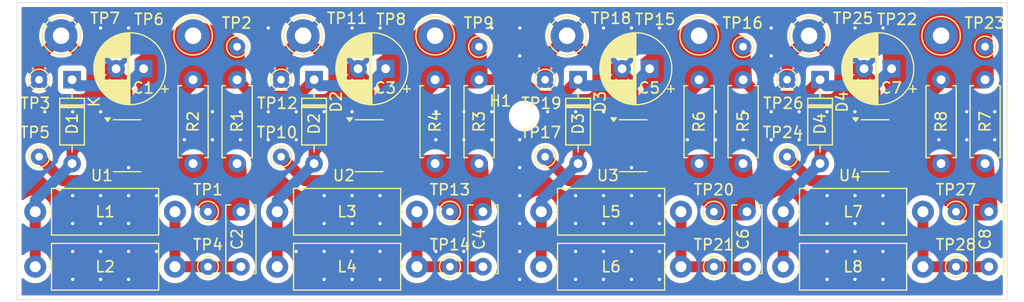
<source format=kicad_pcb>
(kicad_pcb (version 20240108) (generator "pcbnew") (generator_version "8.0")
  (layers (0 "F.Cu" signal) (31 "B.Cu" signal) (34 "B.Paste" user) (35 "F.Paste" user) (36 "B.SilkS" user "B.Silkscreen") (37 "F.SilkS" user "F.Silkscreen") (38 "B.Mask" user) (39 "F.Mask" user) (44 "Edge.Cuts" user))
  (net 0 "")
  (net 1 "GND")
  (net 2 "+12V")
  (net 3 "Net-(C2-Pad2)")
  (net 4 "Net-(U1-CSN)")
  (net 5 "Net-(D1-A)")
  (net 6 "Net-(U1-DIM)")
  (net 7 "Net-(U2-CSN)")
  (net 8 "Net-(C4-Pad2)")
  (net 9 "Net-(U3-CSN)")
  (net 10 "Net-(C6-Pad2)")
  (net 11 "Net-(U4-CSN)")
  (net 12 "Net-(C8-Pad2)")
  (net 13 "Net-(D2-A)")
  (net 14 "Net-(D3-A)")
  (net 15 "Net-(D4-A)")
  (net 16 "Net-(U2-DIM)")
  (net 17 "Net-(U3-DIM)")
  (net 18 "Net-(U4-DIM)")
  (footprint "TestPoint:TestPoint_THTPad_D3.0mm_Drill1.5mm" (layer "F.Cu") (at 16 3)
    (property "Reference" "TP6")
    (property "Value" "TestPoint")
  )
  (footprint "TestPoint:TestPoint_THTPad_D3.0mm_Drill1.5mm" (layer "F.Cu") (at 50 3)
    (property "Reference" "TP18")
    (property "Value" "TestPoint")
  )
  (footprint "Diode_THT:D_DO-35_SOD27_P7.62mm_Horizontal" (layer "F.Cu") (at 51 7 -90)
    (property "Reference" "D3")
    (property "Value" "SR1100")
  )
  (footprint "Capacitor_THT:CP_Radial_D6.3mm_P2.50mm" (layer "F.Cu") (at 79.5 6 180)
    (property "Reference" "C7")
    (property "Value" "4.7 uF - 100 uF")
  )
  (footprint "Capacitor_THT:C_Disc_D6.0mm_W2.5mm_P5.00mm" (layer "F.Cu") (at 88.35 19 -90)
    (property "Reference" "C8")
    (property "Value" "0.1 uF - 1 uF")
  )
  (footprint "Inductor_THT:L_Axial_L9.5mm_D4.0mm_P12.70mm_Horizontal_Fastron_SMCC" (layer "F.Cu") (at 60.35 19 180)
    (property "Reference" "L5")
    (property "Value" "47 uH - 100 uH")
  )
  (footprint "Diode_THT:D_DO-35_SOD27_P7.62mm_Horizontal" (layer "F.Cu") (at 27 7 -90)
    (property "Reference" "D2")
    (property "Value" "SR1100")
  )
  (footprint "Diode_THT:D_DO-35_SOD27_P7.62mm_Horizontal" (layer "F.Cu") (at 73 7 -90)
    (property "Reference" "D4")
    (property "Value" "SR1100")
  )
  (footprint "TestPoint:TestPoint_THTPad_D1.5mm_Drill0.7mm" (layer "F.Cu") (at 24 7)
    (property "Reference" "TP12")
    (property "Value" "TestPoint")
  )
  (footprint "Resistor_THT:R_Axial_DIN0207_L6.3mm_D2.5mm_P7.62mm_Horizontal" (layer "F.Cu") (at 88 7 -90)
    (property "Reference" "R7")
    (property "Value" "3.3")
  )
  (footprint "Resistor_THT:R_Axial_DIN0207_L6.3mm_D2.5mm_P7.62mm_Horizontal" (layer "F.Cu") (at 38 7 -90)
    (property "Reference" "R4")
    (property "Value" "0.15")
  )
  (footprint "Resistor_THT:R_Axial_DIN0207_L6.3mm_D2.5mm_P7.62mm_Horizontal" (layer "F.Cu") (at 62 7 -90)
    (property "Reference" "R6")
    (property "Value" "0.15")
  )
  (footprint "Inductor_THT:L_Axial_L9.5mm_D4.0mm_P12.70mm_Horizontal_Fastron_SMCC" (layer "F.Cu") (at 36.35 19 180)
    (property "Reference" "L3")
    (property "Value" "47 uH - 100 uH")
  )
  (footprint "Resistor_THT:R_Axial_DIN0207_L6.3mm_D2.5mm_P7.62mm_Horizontal" (layer "F.Cu") (at 66 7 -90)
    (property "Reference" "R5")
    (property "Value" "3.3")
  )
  (footprint "TestPoint:TestPoint_THTPad_D1.5mm_Drill0.7mm" (layer "F.Cu") (at 39.35 19)
    (property "Reference" "TP13")
    (property "Value" "TestPoint")
  )
  (footprint "TestPoint:TestPoint_THTPad_D1.5mm_Drill0.7mm" (layer "F.Cu") (at 63.35 24)
    (property "Reference" "TP21")
    (property "Value" "TestPoint")
  )
  (footprint "TestPoint:TestPoint_THTPad_D1.5mm_Drill0.7mm" (layer "F.Cu") (at 48 7)
    (property "Reference" "TP19")
    (property "Value" "TestPoint")
  )
  (footprint "Package_TO_SOT_SMD:SOT-89-5" (layer "F.Cu") (at 32 13)
    (property "Reference" "U2")
    (property "Value" "PT4115")
  )
  (footprint "Resistor_THT:R_Axial_DIN0207_L6.3mm_D2.5mm_P7.62mm_Horizontal" (layer "F.Cu") (at 20 7 -90)
    (property "Reference" "R1")
    (property "Value" "3.3")
  )
  (footprint "Package_TO_SOT_SMD:SOT-89-5" (layer "F.Cu") (at 10 13)
    (property "Reference" "U1")
    (property "Value" "PT4115")
  )
  (footprint "TestPoint:TestPoint_THTPad_D3.0mm_Drill1.5mm" (layer "F.Cu") (at 26 3)
    (property "Reference" "TP11")
    (property "Value" "TestPoint")
  )
  (footprint "TestPoint:TestPoint_THTPad_D1.5mm_Drill0.7mm" (layer "F.Cu") (at 17.35 19)
    (property "Reference" "TP1")
    (property "Value" "TestPoint")
  )
  (footprint "Capacitor_THT:CP_Radial_D6.3mm_P2.50mm" (layer "F.Cu") (at 11.5 6 180)
    (property "Reference" "C1")
    (property "Value" "4.7 uF - 100 uF")
  )
  (footprint "Resistor_THT:R_Axial_DIN0207_L6.3mm_D2.5mm_P7.62mm_Horizontal" (layer "F.Cu") (at 16 7 -90)
    (property "Reference" "R2")
    (property "Value" "0.15")
  )
  (footprint "TestPoint:TestPoint_THTPad_D3.0mm_Drill1.5mm" (layer "F.Cu") (at 4 3)
    (property "Reference" "TP7")
    (property "Value" "TestPoint")
  )
  (footprint "TestPoint:TestPoint_THTPad_D1.5mm_Drill0.7mm" (layer "F.Cu") (at 24 14)
    (property "Reference" "TP10")
    (property "Value" "TestPoint")
  )
  (footprint "TestPoint:TestPoint_THTPad_D1.5mm_Drill0.7mm" (layer "F.Cu") (at 66 4)
    (property "Reference" "TP16")
    (property "Value" "TestPoint")
  )
  (footprint "Inductor_THT:L_Axial_L9.5mm_D4.0mm_P12.70mm_Horizontal_Fastron_SMCC" (layer "F.Cu") (at 14.35 24 180)
    (property "Reference" "L2")
    (property "Value" "47 uH - 100 uH")
  )
  (footprint "Inductor_THT:L_Axial_L9.5mm_D4.0mm_P12.70mm_Horizontal_Fastron_SMCC" (layer "F.Cu") (at 82.35 24 180)
    (property "Reference" "L8")
    (property "Value" "47 uH - 100 uH")
  )
  (footprint "TestPoint:TestPoint_THTPad_D1.5mm_Drill0.7mm" (layer "F.Cu") (at 70 7)
    (property "Reference" "TP26")
    (property "Value" "TestPoint")
  )
  (footprint "Inductor_THT:L_Axial_L9.5mm_D4.0mm_P12.70mm_Horizontal_Fastron_SMCC" (layer "F.Cu") (at 82.35 19 180)
    (property "Reference" "L7")
    (property "Value" "47 uH - 100 uH")
  )
  (footprint "TestPoint:TestPoint_THTPad_D1.5mm_Drill0.7mm" (layer "F.Cu") (at 48 14)
    (property "Reference" "TP17")
    (property "Value" "TestPoint")
  )
  (footprint "Capacitor_THT:CP_Radial_D6.3mm_P2.50mm" (layer "F.Cu") (at 33.5 6 180)
    (property "Reference" "C3")
    (property "Value" "4.7 uF - 100 uF")
  )
  (footprint "TestPoint:TestPoint_THTPad_D1.5mm_Drill0.7mm" (layer "F.Cu") (at 20 4)
    (property "Reference" "TP2")
    (property "Value" "TestPoint")
  )
  (footprint "Diode_THT:D_DO-35_SOD27_P7.62mm_Horizontal" (layer "F.Cu") (at 5 7 -90)
    (property "Reference" "D1")
    (property "Value" "SR1100")
  )
  (footprint "TestPoint:TestPoint_THTPad_D1.5mm_Drill0.7mm" (layer "F.Cu") (at 2 7)
    (property "Reference" "TP3")
    (property "Value" "TestPoint")
  )
  (footprint "Inductor_THT:L_Axial_L9.5mm_D4.0mm_P12.70mm_Horizontal_Fastron_SMCC" (layer "F.Cu") (at 14.35 19 180)
    (property "Reference" "L1")
    (property "Value" "47 uH - 100 uH")
  )
  (footprint "TestPoint:TestPoint_THTPad_D1.5mm_Drill0.7mm" (layer "F.Cu") (at 39.35 24)
    (property "Reference" "TP14")
    (property "Value" "TestPoint")
  )
  (footprint "TestPoint:TestPoint_THTPad_D3.0mm_Drill1.5mm" (layer "F.Cu") (at 38 3)
    (property "Reference" "TP8")
    (property "Value" "TestPoint")
  )
  (footprint "TestPoint:TestPoint_THTPad_D1.5mm_Drill0.7mm" (layer "F.Cu") (at 63.35 19)
    (property "Reference" "TP20")
    (property "Value" "TestPoint")
  )
  (footprint "TestPoint:TestPoint_THTPad_D3.0mm_Drill1.5mm" (layer "F.Cu") (at 84 3)
    (property "Reference" "TP22")
    (property "Value" "TestPoint")
  )
  (footprint "TestPoint:TestPoint_THTPad_D3.0mm_Drill1.5mm" (layer "F.Cu") (at 62 3)
    (property "Reference" "TP15")
    (property "Value" "TestPoint")
  )
  (footprint "TestPoint:TestPoint_THTPad_D1.5mm_Drill0.7mm" (layer "F.Cu") (at 85.35 19)
    (property "Reference" "TP27")
    (property "Value" "TestPoint")
  )
  (footprint "Package_TO_SOT_SMD:SOT-89-5" (layer "F.Cu") (at 56 13)
    (property "Reference" "U3")
    (property "Value" "PT4115")
  )
  (footprint "Resistor_THT:R_Axial_DIN0207_L6.3mm_D2.5mm_P7.62mm_Horizontal" (layer "F.Cu") (at 42 7 -90)
    (property "Reference" "R3")
    (property "Value" "3.3")
  )
  (footprint "TestPoint:TestPoint_THTPad_D1.5mm_Drill0.7mm" (layer "F.Cu") (at 85.35 24)
    (property "Reference" "TP28")
    (property "Value" "TestPoint")
  )
  (footprint "Capacitor_THT:C_Disc_D6.0mm_W2.5mm_P5.00mm" (layer "F.Cu") (at 42.35 19 -90)
    (property "Reference" "C4")
    (property "Value" "0.1 uF - 1 uF")
  )
  (footprint "Capacitor_THT:CP_Radial_D6.3mm_P2.50mm" (layer "F.Cu") (at 57.5 6 180)
    (property "Reference" "C5")
    (property "Value" "4.7 uF - 100 uF")
  )
  (footprint "TestPoint:TestPoint_THTPad_D1.5mm_Drill0.7mm" (layer "F.Cu") (at 70 14)
    (property "Reference" "TP24")
    (property "Value" "TestPoint")
  )
  (footprint "Capacitor_THT:C_Disc_D6.0mm_W2.5mm_P5.00mm" (layer "F.Cu") (at 66.35 19 -90)
    (property "Reference" "C6")
    (property "Value" "0.1 uF - 1 uF")
  )
  (footprint "Inductor_THT:L_Axial_L9.5mm_D4.0mm_P12.70mm_Horizontal_Fastron_SMCC" (layer "F.Cu") (at 36.35 24 180)
    (property "Reference" "L4")
    (property "Value" "47 uH - 100 uH")
  )
  (footprint "TestPoint:TestPoint_THTPad_D3.0mm_Drill1.5mm" (layer "F.Cu") (at 72 3)
    (property "Reference" "TP25")
    (property "Value" "TestPoint")
  )
  (footprint "TestPoint:TestPoint_THTPad_D1.5mm_Drill0.7mm" (layer "F.Cu") (at 88 4)
    (property "Reference" "TP23")
    (property "Value" "TestPoint")
  )
  (footprint "TestPoint:TestPoint_THTPad_D1.5mm_Drill0.7mm" (layer "F.Cu") (at 42 4)
    (property "Reference" "TP9")
    (property "Value" "TestPoint")
  )
  (footprint "Capacitor_THT:C_Disc_D6.0mm_W2.5mm_P5.00mm" (layer "F.Cu") (at 20.35 19 -90)
    (property "Reference" "C2")
    (property "Value" "0.1 uF - 1 uF")
  )
  (footprint "TestPoint:TestPoint_THTPad_D1.5mm_Drill0.7mm" (layer "F.Cu") (at 17.35 24)
    (property "Reference" "TP4")
    (property "Value" "TestPoint")
  )
  (footprint "TestPoint:TestPoint_THTPad_D1.5mm_Drill0.7mm" (layer "F.Cu") (at 2 14)
    (property "Reference" "TP5")
    (property "Value" "TestPoint")
  )
  (footprint "Inductor_THT:L_Axial_L9.5mm_D4.0mm_P12.70mm_Horizontal_Fastron_SMCC" (layer "F.Cu") (at 60.35 24 180)
    (property "Reference" "L6")
    (property "Value" "47 uH - 100 uH")
  )
  (footprint "Package_TO_SOT_SMD:SOT-89-5" (layer "F.Cu") (at 78 13)
    (property "Reference" "U4")
    (property "Value" "PT4115")
  )
  (footprint "Resistor_THT:R_Axial_DIN0207_L6.3mm_D2.5mm_P7.62mm_Horizontal" (layer "F.Cu") (at 84 7 -90)
    (property "Reference" "R8")
    (property "Value" "0.15")
  )
  (footprint "MountingHole:MountingHole_2.2mm_M2" (layer "F.Cu") (at 46.096399 10.303952)
    (property "Reference" "H1")
    (property "Value" "MountingHole")
  )
  (gr_rect (start 0 0) (end 90 27) (stroke (width 0.05)) (fill none) (layer "Edge.Cuts"))
  (segment (start 2 7) (end 2 5) (width 1) (layer "F.Cu") (net 1))
  (segment (start 75 6) (end 72 3) (width 1) (layer "F.Cu") (net 1))
  (segment (start 55 6) (end 53 6) (width 1) (layer "F.Cu") (net 1))
  (segment (start 24 5) (end 26 3) (width 1) (layer "F.Cu") (net 1))
  (segment (start 29 6) (end 26 3) (width 1) (layer "F.Cu") (net 1))
  (segment (start 9 7.13137) (end 9 6) (width 1) (layer "F.Cu") (net 1))
  (segment (start 24 7) (end 24 5) (width 1) (layer "F.Cu") (net 1))
  (segment (start 53 6) (end 50 3) (width 1) (layer "F.Cu") (net 1))
  (segment (start 32 13) (end 32 8.13137) (width 1) (layer "F.Cu") (net 1))
  (segment (start 78 13) (end 78 8.13137) (width 1) (layer "F.Cu") (net 1))
  (segment (start 48 5) (end 50 3) (width 1) (layer "F.Cu") (net 1))
  (segment (start 10 8.13137) (end 9 7.13137) (width 1) (layer "F.Cu") (net 1))
  (segment (start 56 8.13137) (end 55 7.13137) (width 1) (layer "F.Cu") (net 1))
  (segment (start 55 7.13137) (end 55 6) (width 1) (layer "F.Cu") (net 1))
  (segment (start 7 6) (end 4 3) (width 1) (layer "F.Cu") (net 1))
  (segment (start 56 13) (end 56 8.13137) (width 1) (layer "F.Cu") (net 1))
  (segment (start 70 5) (end 72 3) (width 1) (layer "F.Cu") (net 1))
  (segment (start 48 7) (end 48 5) (width 1) (layer "F.Cu") (net 1))
  (segment (start 77 7.13137) (end 77 6) (width 1) (layer "F.Cu") (net 1))
  (segment (start 77 6) (end 75 6) (width 1) (layer "F.Cu") (net 1))
  (segment (start 9 6) (end 7 6) (width 1) (layer "F.Cu") (net 1))
  (segment (start 31 6) (end 29 6) (width 1) (layer "F.Cu") (net 1))
  (segment (start 31 7.13137) (end 31 6) (width 1) (layer "F.Cu") (net 1))
  (segment (start 32 8.13137) (end 31 7.13137) (width 1) (layer "F.Cu") (net 1))
  (segment (start 78 8.13137) (end 77 7.13137) (width 1) (layer "F.Cu") (net 1))
  (segment (start 2 5) (end 4 3) (width 1) (layer "F.Cu") (net 1))
  (segment (start 70 7) (end 70 5) (width 1) (layer "F.Cu") (net 1))
  (segment (start 10 13) (end 10 8.13137) (width 1) (layer "F.Cu") (net 1))
  (via (at 76.175 9.91175) (size 0.6) (drill 0.3) (layers "F.Cu" "B.Cu") (net 1))
  (via (at 27.915 9.91175) (size 0.6) (drill 0.3) (layers "F.Cu" "B.Cu") (net 1))
  (via (at 32.995 2.29175) (size 0.6) (drill 0.3) (layers "F.Cu" "B.Cu") (net 1))
  (via (at 10.135 17.53175) (size 0.6) (drill 0.3) (layers "F.Cu" "B.Cu") (net 1))
  (via (at 5.055 9.91175) (size 0.6) (drill 0.3) (layers "F.Cu" "B.Cu") (net 1))
  (via (at 55.855 14.99175) (size 0.6) (drill 0.3) (layers "F.Cu" "B.Cu") (net 1))
  (via (at 2.515 9.91175) (size 0.6) (drill 0.3) (layers "F.Cu" "B.Cu") (net 1))
  (via (at 58.395 22.61175) (size 0.6) (drill 0.3) (layers "F.Cu" "B.Cu") (net 1))
  (via (at 27.915 17.53175) (size 0.6) (drill 0.3) (layers "F.Cu" "B.Cu") (net 1))
  (via (at 58.395 20.07175) (size 0.6) (drill 0.3) (layers "F.Cu" "B.Cu") (net 1))
  (via (at 40.615 12.45175) (size 0.6) (drill 0.3) (layers "F.Cu" "B.Cu") (net 1))
  (via (at 53.315 2.29175) (size 0.6) (drill 0.3) (layers "F.Cu" "B.Cu") (net 1))
  (via (at 55.855 22.61175) (size 0.6) (drill 0.3) (layers "F.Cu" "B.Cu") (net 1))
  (via (at 78.715 20.07175) (size 0.6) (drill 0.3) (layers "F.Cu" "B.Cu") (net 1))
  (via (at 68.555 9.91175) (size 0.6) (drill 0.3) (layers "F.Cu" "B.Cu") (net 1))
  (via (at 32.995 22.61175) (size 0.6) (drill 0.3) (layers "F.Cu" "B.Cu") (net 1))
  (via (at 53.315 9.91175) (size 0.6) (drill 0.3) (layers "F.Cu" "B.Cu") (net 1))
  (via (at 30.455 20.07175) (size 0.6) (drill 0.3) (layers "F.Cu" "B.Cu") (net 1))
  (via (at 58.395 2.29175) (size 0.6) (drill 0.3) (layers "F.Cu" "B.Cu") (net 1))
  (via (at 71.095 12.45175) (size 0.6) (drill 0.3) (layers "F.Cu" "B.Cu") (net 1))
  (via (at 7.595 20.07175) (size 0.6) (drill 0.3) (layers "F.Cu" "B.Cu") (net 1))
  (via (at 88.875 9.91175) (size 0.6) (drill 0.3) (layers "F.Cu" "B.Cu") (net 1))
  (via (at 30.455 2.29175) (size 0.6) (drill 0.3) (layers "F.Cu" "B.Cu") (net 1))
  (via (at 68.555 4.83175) (size 0.6) (drill 0.3) (layers "F.Cu" "B.Cu") (net 1))
  (via (at 10.135 25.15175) (size 0.6) (drill 0.3) (layers "F.Cu" "B.Cu") (net 1))
  (via (at 78.715 17.53175) (size 0.6) (drill 0.3) (layers "F.Cu" "B.Cu") (net 1))
  (via (at 76.175 2.29175) (size 0.6) (drill 0.3) (layers "F.Cu" "B.Cu") (net 1))
  (via (at 7.595 25.15175) (size 0.6) (drill 0.3) (layers "F.Cu" "B.Cu") (net 1))
  (via (at 17.755 9.91175) (size 0.6) (drill 0.3) (layers "F.Cu" "B.Cu") (net 1))
  (via (at 45.695 22.61175) (size 0.6) (drill 0.3) (layers "F.Cu" "B.Cu") (net 1))
  (via (at 50.775 20.07175) (size 0.6) (drill 0.3) (layers "F.Cu" "B.Cu") (net 1))
  (via (at 45.695 14.99175) (size 0.6) (drill 0.3) (layers "F.Cu" "B.Cu") (net 1))
  (via (at 76.175 25.15175) (size 0.6) (drill 0.3) (layers "F.Cu" "B.Cu") (net 1))
  (via (at 10.135 14.99175) (size 0.6) (drill 0.3) (layers "F.Cu" "B.Cu") (net 1))
  (via (at 76.175 20.07175) (size 0.6) (drill 0.3) (layers "F.Cu" "B.Cu") (net 1))
  (via (at 53.315 20.07175) (size 0.6) (drill 0.3) (layers "F.Cu" "B.Cu") (net 1))
  (via (at 60.935 12.45175) (size 0.6) (drill 0.3) (layers "F.Cu" "B.Cu") (net 1))
  (via (at 78.715 22.61175) (size 0.6) (drill 0.3) (layers "F.Cu" "B.Cu") (net 1))
  (via (at 7.595 22.61175) (size 0.6) (drill 0.3) (layers "F.Cu" "B.Cu") (net 1))
  (via (at 55.855 17.53175) (size 0.6) (drill 0.3) (layers "F.Cu" "B.Cu") (net 1))
  (via (at 38.075 12.45175) (size 0.6) (drill 0.3) (layers "F.Cu" "B.Cu") (net 1))
  (via (at 40.615 22.61175) (size 0.6) (drill 0.3) (layers "F.Cu" "B.Cu") (net 1))
  (via (at 73.635 20.07175) (size 0.6) (drill 0.3) (layers "F.Cu" "B.Cu") (net 1))
  (via (at 15.215 12.45175) (size 0.6) (drill 0.3) (layers "F.Cu" "B.Cu") (net 1))
  (via (at 7.595 9.91175) (size 0.6) (drill 0.3) (layers "F.Cu" "B.Cu") (net 1))
  (via (at 78.715 25.15175) (size 0.6) (drill 0.3) (layers "F.Cu" "B.Cu") (net 1))
  (via (at 32.995 17.53175) (size 0.6) (drill 0.3) (layers "F.Cu" "B.Cu") (net 1))
  (via (at 55.855 25.15175) (size 0.6) (drill 0.3) (layers "F.Cu" "B.Cu") (net 1))
  (via (at 7.595 17.53175) (size 0.6) (drill 0.3) (layers "F.Cu" "B.Cu") (net 1))
  (via (at 66.015 9.91175) (size 0.6) (drill 0.3) (layers "F.Cu" "B.Cu") (net 1))
  (via (at 30.455 17.53175) (size 0.6) (drill 0.3) (layers "F.Cu" "B.Cu") (net 1))
  (via (at 50.775 17.53175) (size 0.6) (drill 0.3) (layers "F.Cu" "B.Cu") (net 1))
  (via (at 22.835 12.45175) (size 0.6) (drill 0.3) (layers "F.Cu" "B.Cu") (net 1))
  (via (at 58.395 17.53175) (size 0.6) (drill 0.3) (layers "F.Cu" "B.Cu") (net 1))
  (via (at 68.555 2.29175) (size 0.6) (drill 0.3) (layers "F.Cu" "B.Cu") (net 1))
  (via (at 25.375 9.91175) (size 0.6) (drill 0.3) (layers "F.Cu" "B.Cu") (net 1))
  (via (at 73.635 17.53175) (size 0.6) (drill 0.3) (layers "F.Cu" "B.Cu") (net 1))
  (via (at 48.235 9.91175) (size 0.6) (drill 0.3) (layers "F.Cu" "B.Cu") (net 1))
  (via (at 22.835 2.29175) (size 0.6) (drill 0.3) (layers "F.Cu" "B.Cu") (net 1))
  (via (at 5.055 17.53175) (size 0.6) (drill 0.3) (layers "F.Cu" "B.Cu") (net 1))
  (via (at 53.315 17.53175) (size 0.6) (drill 0.3) (layers "F.Cu" "B.Cu") (net 1))
  (via (at 63.475 9.91175) (size 0.6) (drill 0.3) (layers "F.Cu" "B.Cu") (net 1))
  (via (at 43.155 9.91175) (size 0.6) (drill 0.3) (layers "F.Cu" "B.Cu") (net 1))
  (via (at 71.095 9.91175) (size 0.6) (drill 0.3) (layers "F.Cu" "B.Cu") (net 1))
  (via (at 53.315 22.61175) (size 0.6) (drill 0.3) (layers "F.Cu" "B.Cu") (net 1))
  (via (at 76.175 17.53175) (size 0.6) (drill 0.3) (layers "F.Cu" "B.Cu") (net 1))
  (via (at 73.635 25.15175) (size 0.6) (drill 0.3) (layers "F.Cu" "B.Cu") (net 1))
  (via (at 88.875 12.45175) (size 0.6) (drill 0.3) (layers "F.Cu" "B.Cu") (net 1))
  (via (at 55.855 20.07175) (size 0.6) (drill 0.3) (layers "F.Cu" "B.Cu") (net 1))
  (via (at 58.395 25.15175) (size 0.6) (drill 0.3) (layers "F.Cu" "B.Cu") (net 1))
  (via (at 43.155 2.29175) (size 0.6) (drill 0.3) (layers "F.Cu" "B.Cu") (net 1))
  (via (at 25.375 12.45175) (size 0.6) (drill 0.3) (layers "F.Cu" "B.Cu") (net 1))
  (via (at 45.695 20.07175) (size 0.6) (drill 0.3) (layers "F.Cu" "B.Cu") (net 1))
  (via (at 68.555 12.45175) (size 0.6) (drill 0.3) (layers "F.Cu" "B.Cu") (net 1))
  (via (at 53.315 25.15175) (size 0.6) (drill 0.3) (layers "F.Cu" "B.Cu") (net 1))
  (via (at 27.915 20.07175) (size 0.6) (drill 0.3) (layers "F.Cu" "B.Cu") (net 1))
  (via (at 45.695 25.15175) (size 0.6) (drill 0.3) (layers "F.Cu" "B.Cu") (net 1))
  (via (at 63.475 12.45175) (size 0.6) (drill 0.3) (layers "F.Cu" "B.Cu") (net 1))
  (via (at 83.795 12.45175) (size 0.6) (drill 0.3) (layers "F.Cu" "B.Cu") (net 1))
  (via (at 45.695 12.45175) (size 0.6) (drill 0.3) (layers "F.Cu" "B.Cu") (net 1))
  (via (at 45.695 17.53175) (size 0.6) (drill 0.3) (layers "F.Cu" "B.Cu") (net 1))
  (via (at 30.455 22.61175) (size 0.6) (drill 0.3) (layers "F.Cu" "B.Cu") (net 1))
  (via (at 30.455 9.91175) (size 0.6) (drill 0.3) (layers "F.Cu" "B.Cu") (net 1))
  (via (at 50.775 22.61175) (size 0.6) (drill 0.3) (layers "F.Cu" "B.Cu") (net 1))
  (via (at 20.295 12.45175) (size 0.6) (drill 0.3) (layers "F.Cu" "B.Cu") (net 1))
  (via (at 55.855 2.29175) (size 0.6) (drill 0.3) (layers "F.Cu" "B.Cu") (net 1))
  (via (at 17.755 12.45175) (size 0.6) (drill 0.3) (layers "F.Cu" "B.Cu") (net 1))
  (via (at 12.675 22.61175) (size 0.6) (drill 0.3) (layers "F.Cu" "B.Cu") (net 1))
  (via (at 10.135 2.29175) (size 0.6) (drill 0.3) (layers "F.Cu" "B.Cu") (net 1))
  (via (at 43.155 12.45175) (size 0.6) (drill 0.3) (layers "F.Cu" "B.Cu") (net 1))
  (via (at 5.055 25.15175) (size 0.6) (drill 0.3) (layers "F.Cu" "B.Cu") (net 1))
  (via (at 27.915 22.61175) (size 0.6) (drill 0.3) (layers "F.Cu" "B.Cu") (net 1))
  (via (at 38.075 22.61175) (size 0.6) (drill 0.3) (layers "F.Cu" "B.Cu") (net 1))
  (via (at 38.075 9.91175) (size 0.6) (drill 0.3) (layers "F.Cu" "B.Cu") (net 1))
  (via (at 40.615 9.91175) (size 0.6) (drill 0.3) (layers "F.Cu" "B.Cu") (net 1))
  (via (at 27.915 25.15175) (size 0.6) (drill 0.3) (layers "F.Cu" "B.Cu") (net 1))
  (via (at 5.055 22.61175) (size 0.6) (drill 0.3) (layers "F.Cu" "B.Cu") (net 1))
  (via (at 50.775 25.15175) (size 0.6) (drill 0.3) (layers "F.Cu" "B.Cu") (net 1))
  (via (at 66.015 12.45175) (size 0.6) (drill 0.3) (layers "F.Cu" "B.Cu") (net 1))
  (via (at 78.715 2.29175) (size 0.6) (drill 0.3) (layers "F.Cu" "B.Cu") (net 1))
  (via (at 73.635 22.61175) (size 0.6) (drill 0.3) (layers "F.Cu" "B.Cu") (net 1))
  (via (at 25.375 22.61175) (size 0.6) (drill 0.3) (layers "F.Cu" "B.Cu") (net 1))
  (via (at 10.135 20.07175) (size 0.6) (drill 0.3) (layers "F.Cu" "B.Cu") (net 1))
  (via (at 86.335 12.45175) (size 0.6) (drill 0.3) (layers "F.Cu" "B.Cu") (net 1))
  (via (at 12.675 17.53175) (size 0.6) (drill 0.3) (layers "F.Cu" "B.Cu") (net 1))
  (via (at 20.295 9.91175) (size 0.6) (drill 0.3) (layers "F.Cu" "B.Cu") (net 1))
  (via (at 76.175 22.61175) (size 0.6) (drill 0.3) (layers "F.Cu" "B.Cu") (net 1))
  (via (at 30.455 25.15175) (size 0.6) (drill 0.3) (layers "F.Cu" "B.Cu") (net 1))
  (via (at 73.635 9.91175) (size 0.6) (drill 0.3) (layers "F.Cu" "B.Cu") (net 1))
  (via (at 22.835 9.91175) (size 0.6) (drill 0.3) (layers "F.Cu" "B.Cu") (net 1))
  (via (at 32.995 25.15175) (size 0.6) (drill 0.3) (layers "F.Cu" "B.Cu") (net 1))
  (via (at 7.595 2.29175) (size 0.6) (drill 0.3) (layers "F.Cu" "B.Cu") (net 1))
  (via (at 32.995 20.07175) (size 0.6) (drill 0.3) (layers "F.Cu" "B.Cu") (net 1))
  (via (at 86.335 9.91175) (size 0.6) (drill 0.3) (layers "F.Cu" "B.Cu") (net 1))
  (via (at 45.695 4.83175) (size 0.6) (drill 0.3) (layers "F.Cu" "B.Cu") (net 1))
  (via (at 5.055 20.07175) (size 0.6) (drill 0.3) (layers "F.Cu" "B.Cu") (net 1))
  (via (at 10.135 22.61175) (size 0.6) (drill 0.3) (layers "F.Cu" "B.Cu") (net 1))
  (via (at 50.775 9.91175) (size 0.6) (drill 0.3) (layers "F.Cu" "B.Cu") (net 1))
  (via (at 45.695 2.29175) (size 0.6) (drill 0.3) (layers "F.Cu" "B.Cu") (net 1))
  (segment (start 66 7) (end 62 7) (width 1) (layer "F.Cu") (net 2))
  (segment (start 20 4) (end 20 7) (width 1) (layer "F.Cu") (net 2))
  (segment (start 79.85 6.35) (end 79.5 6) (width 1) (layer "F.Cu") (net 2))
  (segment (start 62 7) (end 62 7.35) (width 1) (layer "F.Cu") (net 2))
  (segment (start 87 3) (end 88 4) (width 1) (layer "F.Cu") (net 2))
  (segment (start 79.5 6) (end 81 6) (width 1) (layer "F.Cu") (net 2))
  (segment (start 59 6) (end 62 3) (width 1) (layer "F.Cu") (net 2))
  (segment (start 33.85 6.35) (end 33.5 6) (width 1) (layer "F.Cu") (net 2))
  (segment (start 81 6) (end 84 3) (width 1) (layer "F.Cu") (net 2))
  (segment (start 42 7) (end 45.878679 7) (width 1) (layer "F.Cu") (net 2))
  (segment (start 47.378679 8.5) (end 49.5 8.5) (width 1) (layer "F.Cu") (net 2))
  (segment (start 62 3) (end 65 3) (width 1) (layer "F.Cu") (net 2))
  (segment (start 35 6) (end 38 3) (width 1) (layer "F.Cu") (net 2))
  (segment (start 16 3) (end 19 3) (width 1) (layer "F.Cu") (net 2))
  (segment (start 11.5 6) (end 13 6) (width 1) (layer "F.Cu") (net 2))
  (segment (start 38 3) (end 41 3) (width 1) (layer "F.Cu") (net 2))
  (segment (start 84 7.35) (end 79.85 11.5) (width 1) (layer "F.Cu") (net 2))
  (segment (start 41 3) (end 42 4) (width 1) (layer "F.Cu") (net 2))
  (segment (start 20 7) (end 16 7) (width 1) (layer "F.Cu") (net 2))
  (segment (start 11.85 6.35) (end 11.5 6) (width 1) (layer "F.Cu") (net 2))
  (segment (start 33.5 6) (end 35 6) (width 1) (layer "F.Cu") (net 2))
  (segment (start 38 7) (end 38 7.35) (width 1) (layer "F.Cu") (net 2))
  (segment (start 11.85 11.5) (end 11.85 6.35) (width 1) (layer "F.Cu") (net 2))
  (segment (start 20 7) (end 21.5 8.5) (width 1) (layer "F.Cu") (net 2))
  (segment (start 57.85 11.5) (end 57.85 6.35) (width 1) (layer "F.Cu") (net 2))
  (segment (start 79.85 11.5) (end 79.85 6.35) (width 1) (layer "F.Cu") (net 2))
  (segment (start 33.85 11.5) (end 33.85 6.35) (width 1) (layer "F.Cu") (net 2))
  (segment (start 62 7.35) (end 57.85 11.5) (width 1) (layer "F.Cu") (net 2))
  (segment (start 16 7.35) (end 11.85 11.5) (width 1) (layer "F.Cu") (net 2))
  (segment (start 42 7) (end 38 7) (width 1) (layer "F.Cu") (net 2))
  (segment (start 49.5 8.5) (end 51 7) (width 1) (layer "F.Cu") (net 2))
  (segment (start 13 6) (end 16 3) (width 1) (layer "F.Cu") (net 2))
  (segment (start 65 3) (end 66 4) (width 1) (layer "F.Cu") (net 2))
  (segment (start 25.5 8.5) (end 27 7) (width 1) (layer "F.Cu") (net 2))
  (segment (start 84 7) (end 84 7.35) (width 1) (layer "F.Cu") (net 2))
  (segment (start 16 7) (end 16 7.35) (width 1) (layer "F.Cu") (net 2))
  (segment (start 57.5 6) (end 59 6) (width 1) (layer "F.Cu") (net 2))
  (segment (start 21.5 8.5) (end 25.5 8.5) (width 1) (layer "F.Cu") (net 2))
  (segment (start 67.5 8.5) (end 71.5 8.5) (width 1) (layer "F.Cu") (net 2))
  (segment (start 66 4) (end 66 7) (width 1) (layer "F.Cu") (net 2))
  (segment (start 57.85 6.35) (end 57.5 6) (width 1) (layer "F.Cu") (net 2))
  (segment (start 45.878679 7) (end 47.378679 8.5) (width 1) (layer "F.Cu") (net 2))
  (segment (start 66 7) (end 67.5 8.5) (width 1) (layer "F.Cu") (net 2))
  (segment (start 84 3) (end 87 3) (width 1) (layer "F.Cu") (net 2))
  (segment (start 71.5 8.5) (end 73 7) (width 1) (layer "F.Cu") (net 2))
  (segment (start 88 7) (end 84 7) (width 1) (layer "F.Cu") (net 2))
  (segment (start 42 4) (end 42 7) (width 1) (layer "F.Cu") (net 2))
  (segment (start 88 4) (end 88 7) (width 1) (layer "F.Cu") (net 2))
  (segment (start 38 7.35) (end 33.85 11.5) (width 1) (layer "F.Cu") (net 2))
  (segment (start 19 3) (end 20 4) (width 1) (layer "F.Cu") (net 2))
  (segment (start 27 7) (end 27.55 7.55) (width 1) (layer "B.Cu") (net 2))
  (segment (start 77.95 7.55) (end 79.5 6) (width 1) (layer "B.Cu") (net 2))
  (segment (start 51.55 7.55) (end 55.95 7.55) (width 1) (layer "B.Cu") (net 2))
  (segment (start 5.55 7.55) (end 9.95 7.55) (width 1) (layer "B.Cu") (net 2))
  (segment (start 31.95 7.55) (end 33.5 6) (width 1) (layer "B.Cu") (net 2))
  (segment (start 73.55 7.55) (end 77.95 7.55) (width 1) (layer "B.Cu") (net 2))
  (segment (start 73 7) (end 73.55 7.55) (width 1) (layer "B.Cu") (net 2))
  (segment (start 5 7) (end 5.55 7.55) (width 1) (layer "B.Cu") (net 2))
  (segment (start 51 7) (end 51.55 7.55) (width 1) (layer "B.Cu") (net 2))
  (segment (start 9.95 7.55) (end 11.5 6) (width 1) (layer "B.Cu") (net 2))
  (segment (start 55.95 7.55) (end 57.5 6) (width 1) (layer "B.Cu") (net 2))
  (segment (start 27.55 7.55) (end 31.95 7.55) (width 1) (layer "B.Cu") (net 2))
  (segment (start 17.35 24) (end 20.35 24) (width 1) (layer "F.Cu") (net 3))
  (segment (start 14.35 24) (end 17.35 24) (width 1) (layer "F.Cu") (net 3))
  (segment (start 14.35 19) (end 14.35 24) (width 1) (layer "F.Cu") (net 3))
  (segment (start 15.88 14.5) (end 16 14.62) (width 1) (layer "F.Cu") (net 4))
  (segment (start 17.35 15.97) (end 16 14.62) (width 1) (layer "F.Cu") (net 4))
  (segment (start 17.35 19) (end 17.35 15.97) (width 1) (layer "F.Cu") (net 4))
  (segment (start 11.85 14.5) (end 15.88 14.5) (width 1) (layer "F.Cu") (net 4))
  (segment (start 20 18.65) (end 20.35 19) (width 1) (layer "F.Cu") (net 4))
  (segment (start 16 14.62) (end 20 14.62) (width 1) (layer "F.Cu") (net 4))
  (segment (start 20.35 19) (end 17.35 19) (width 1) (layer "F.Cu") (net 4))
  (segment (start 20 14.62) (end 20 18.65) (width 1) (layer "F.Cu") (net 4))
  (segment (start 1.65 24) (end 1.65 19) (width 1) (layer "F.Cu") (net 5))
  (segment (start 6.98863 11.5) (end 8.15 11.5) (width 1) (layer "F.Cu") (net 5))
  (segment (start 5 13.48863) (end 6.98863 11.5) (width 1) (layer "F.Cu") (net 5))
  (segment (start 5 14.62) (end 5 13.48863) (width 1) (layer "F.Cu") (net 5))
  (segment (start 1.65 17.97) (end 5 14.62) (width 1) (layer "B.Cu") (net 5))
  (segment (start 1.65 19) (end 1.65 17.97) (width 1) (layer "B.Cu") (net 5))
  (segment (start 4.17 16.17) (end 6.48 16.17) (width 1) (layer "F.Cu") (net 6))
  (segment (start 2 14) (end 4.17 16.17) (width 1) (layer "F.Cu") (net 6))
  (segment (start 6.48 16.17) (end 8.15 14.5) (width 1) (layer "F.Cu") (net 6))
  (segment (start 42 18.65) (end 42.35 19) (width 1) (layer "F.Cu") (net 7))
  (segment (start 33.85 14.5) (end 37.88 14.5) (width 1) (layer "F.Cu") (net 7))
  (segment (start 39.35 15.97) (end 38 14.62) (width 1) (layer "F.Cu") (net 7))
  (segment (start 42 14.62) (end 42 18.65) (width 1) (layer "F.Cu") (net 7))
  (segment (start 37.88 14.5) (end 38 14.62) (width 1) (layer "F.Cu") (net 7))
  (segment (start 38 14.62) (end 42 14.62) (width 1) (layer "F.Cu") (net 7))
  (segment (start 39.35 19) (end 39.35 15.97) (width 1) (layer "F.Cu") (net 7))
  (segment (start 42.35 19) (end 39.35 19) (width 1) (layer "F.Cu") (net 7))
  (segment (start 39.35 24) (end 42.35 24) (width 1) (layer "F.Cu") (net 8))
  (segment (start 36.35 24) (end 39.35 24) (width 1) (layer "F.Cu") (net 8))
  (segment (start 36.35 19) (end 36.35 24) (width 1) (layer "F.Cu") (net 8))
  (segment (start 66 14.62) (end 66 18.65) (width 1) (layer "F.Cu") (net 9))
  (segment (start 57.85 14.5) (end 61.88 14.5) (width 1) (layer "F.Cu") (net 9))
  (segment (start 63.35 15.97) (end 62 14.62) (width 1) (layer "F.Cu") (net 9))
  (segment (start 66 18.65) (end 66.35 19) (width 1) (layer "F.Cu") (net 9))
  (segment (start 63.35 19) (end 63.35 15.97) (width 1) (layer "F.Cu") (net 9))
  (segment (start 66.35 19) (end 63.35 19) (width 1) (layer "F.Cu") (net 9))
  (segment (start 61.88 14.5) (end 62 14.62) (width 1) (layer "F.Cu") (net 9))
  (segment (start 62 14.62) (end 66 14.62) (width 1) (layer "F.Cu") (net 9))
  (segment (start 63.35 24) (end 66.35 24) (width 1) (layer "F.Cu") (net 10))
  (segment (start 60.35 24) (end 63.35 24) (width 1) (layer "F.Cu") (net 10))
  (segment (start 60.35 19) (end 60.35 24) (width 1) (layer "F.Cu") (net 10))
  (segment (start 85.35 19) (end 85.35 15.97) (width 1) (layer "F.Cu") (net 11))
  (segment (start 85.35 15.97) (end 84 14.62) (width 1) (layer "F.Cu") (net 11))
  (segment (start 84 14.62) (end 88 14.62) (width 1) (layer "F.Cu") (net 11))
  (segment (start 83.88 14.5) (end 84 14.62) (width 1) (layer "F.Cu") (net 11))
  (segment (start 88 14.62) (end 88 18.65) (width 1) (layer "F.Cu") (net 11))
  (segment (start 88 18.65) (end 88.35 19) (width 1) (layer "F.Cu") (net 11))
  (segment (start 88.35 19) (end 85.35 19) (width 1) (layer "F.Cu") (net 11))
  (segment (start 79.85 14.5) (end 83.88 14.5) (width 1) (layer "F.Cu") (net 11))
  (segment (start 82.35 24) (end 85.35 24) (width 1) (layer "F.Cu") (net 12))
  (segment (start 82.35 19) (end 82.35 24) (width 1) (layer "F.Cu") (net 12))
  (segment (start 85.35 24) (end 88.35 24) (width 1) (layer "F.Cu") (net 12))
  (segment (start 27 13.48863) (end 28.98863 11.5) (width 1) (layer "F.Cu") (net 13))
  (segment (start 27 14.62) (end 27 13.48863) (width 1) (layer "F.Cu") (net 13))
  (segment (start 28.98863 11.5) (end 30.15 11.5) (width 1) (layer "F.Cu") (net 13))
  (segment (start 23.65 24) (end 23.65 19) (width 1) (layer "F.Cu") (net 13))
  (segment (start 23.65 17.97) (end 27 14.62) (width 1) (layer "B.Cu") (net 13))
  (segment (start 23.65 19) (end 23.65 17.97) (width 1) (layer "B.Cu") (net 13))
  (segment (start 52.98863 11.5) (end 54.15 11.5) (width 1) (layer "F.Cu") (net 14))
  (segment (start 51 13.48863) (end 52.98863 11.5) (width 1) (layer "F.Cu") (net 14))
  (segment (start 51 14.62) (end 51 13.48863) (width 1) (layer "F.Cu") (net 14))
  (segment (start 47.65 24) (end 47.65 19) (width 1) (layer "F.Cu") (net 14))
  (segment (start 47.65 19) (end 47.65 17.97) (width 1) (layer "B.Cu") (net 14))
  (segment (start 47.65 17.97) (end 51 14.62) (width 1) (layer "B.Cu") (net 14))
  (segment (start 69.65 24) (end 69.65 19) (width 1) (layer "F.Cu") (net 15))
  (segment (start 73 14.62) (end 73 13.48863) (width 1) (layer "F.Cu") (net 15))
  (segment (start 74.98863 11.5) (end 76.15 11.5) (width 1) (layer "F.Cu") (net 15))
  (segment (start 73 13.48863) (end 74.98863 11.5) (width 1) (layer "F.Cu") (net 15))
  (segment (start 69.65 17.97) (end 73 14.62) (width 1) (layer "B.Cu") (net 15))
  (segment (start 69.65 19) (end 69.65 17.97) (width 1) (layer "B.Cu") (net 15))
  (segment (start 26.17 16.17) (end 28.48 16.17) (width 1) (layer "F.Cu") (net 16))
  (segment (start 24 14) (end 26.17 16.17) (width 1) (layer "F.Cu") (net 16))
  (segment (start 28.48 16.17) (end 30.15 14.5) (width 1) (layer "F.Cu") (net 16))
  (segment (start 48 14) (end 50.17 16.17) (width 1) (layer "F.Cu") (net 17))
  (segment (start 52.48 16.17) (end 54.15 14.5) (width 1) (layer "F.Cu") (net 17))
  (segment (start 50.17 16.17) (end 52.48 16.17) (width 1) (layer "F.Cu") (net 17))
  (segment (start 72.17 16.17) (end 74.48 16.17) (width 1) (layer "F.Cu") (net 18))
  (segment (start 70 14) (end 72.17 16.17) (width 1) (layer "F.Cu") (net 18))
  (segment (start 74.48 16.17) (end 76.15 14.5) (width 1) (layer "F.Cu") (net 18))
  (zone (net 2) (net_name "+12V") (layer "F.Cu") (priority 1) (connect_pads yes (clearance 0.5)) (min_thickness 0.25) (fill yes (thermal_gap 0.5) (thermal_bridge_width 0.5))
    (polygon (pts (xy 78.657395 5.162286) (xy 83.040392 1.799349) (xy 84.969798 1.817381) (xy 87.160666 2.511607) (xy 88.63026 3.584501) (xy 88.810578 7.091692) (xy 88.440926 7.668711) (xy 87.99013 7.803949) (xy 84.167382 7.75887) (xy 80.551999 11.861112) (xy 79.118469 11.798)))
  )
  (zone (net 2) (net_name "+12V") (layer "F.Cu") (priority 1) (connect_pads yes (clearance 0.5)) (min_thickness 0.25) (fill yes (thermal_gap 0.5) (thermal_bridge_width 0.5))
    (polygon (pts (xy 56.657395 5.162286) (xy 61.040392 1.799349) (xy 62.969798 1.817381) (xy 65.160666 2.511607) (xy 66.63026 3.584501) (xy 66.810578 7.091692) (xy 66.440926 7.668711) (xy 65.99013 7.803949) (xy 62.167382 7.75887) (xy 58.551999 11.861112) (xy 57.118469 11.798)))
  )
  (zone (net 11) (net_name "Net-(U4-CSN)") (layer "F.Cu") (priority 1) (connect_pads yes (clearance 0.5)) (min_thickness 0.25) (fill yes (thermal_gap 0.5) (thermal_bridge_width 0.5))
    (polygon (pts (xy 83.988806 13.782851) (xy 88.025044 13.780863) (xy 88.801414 14.669932) (xy 89.164555 19.008842) (xy 88.150265 19.797734) (xy 85.282703 19.760168) (xy 84.656597 18.695789) (xy 79.199429 14.840823) (xy 79.156153 14.159219)))
  )
  (zone (net 7) (net_name "Net-(U2-CSN)") (layer "F.Cu") (priority 1) (connect_pads yes (clearance 0.5)) (min_thickness 0.25) (fill yes (thermal_gap 0.5) (thermal_bridge_width 0.5))
    (polygon (pts (xy 37.988806 13.782851) (xy 42.025044 13.780863) (xy 42.801414 14.669932) (xy 43.164555 19.008842) (xy 42.150265 19.797734) (xy 39.282703 19.760168) (xy 38.656597 18.695789) (xy 33.199429 14.840823) (xy 33.156153 14.159219)))
  )
  (zone (net 4) (net_name "Net-(U1-CSN)") (layer "F.Cu") (priority 1) (connect_pads yes (clearance 0.5)) (min_thickness 0.25) (fill yes (thermal_gap 0.5) (thermal_bridge_width 0.5))
    (polygon (pts (xy 15.988806 13.782851) (xy 20.025044 13.780863) (xy 20.801414 14.669932) (xy 21.164555 19.008842) (xy 20.150265 19.797734) (xy 17.282703 19.760168) (xy 16.656597 18.695789) (xy 11.199429 14.840823) (xy 11.156153 14.159219)))
  )
  (zone (net 2) (net_name "+12V") (layer "F.Cu") (priority 1) (connect_pads yes (clearance 0.5)) (min_thickness 0.25) (fill yes (thermal_gap 0.5) (thermal_bridge_width 0.5))
    (polygon (pts (xy 78.657395 4.162286) (xy 83.040392 0.799349) (xy 84.969798 0.817381) (xy 87.160666 1.511607) (xy 88.63026 2.584501) (xy 88.810578 6.091692) (xy 88.440926 6.668711) (xy 87.99013 6.803949) (xy 84.167382 6.75887) (xy 80.551999 10.861112) (xy 79.118469 10.798)))
  )
  (zone (net 9) (net_name "Net-(U3-CSN)") (layer "F.Cu") (priority 1) (connect_pads yes (clearance 0.5)) (min_thickness 0.25) (fill yes (thermal_gap 0.5) (thermal_bridge_width 0.5))
    (polygon (pts (xy 61.988806 13.782851) (xy 66.025044 13.780863) (xy 66.801414 14.669932) (xy 67.164555 19.008842) (xy 66.150265 19.797734) (xy 63.282703 19.760168) (xy 62.656597 18.695789) (xy 57.199429 14.840823) (xy 57.156153 14.159219)))
  )
  (zone (net 1) (net_name "GND") (layer "F.Cu") (connect_pads (clearance 0.5)) (min_thickness 0.25) (fill yes (thermal_gap 0.5) (thermal_bridge_width 0.5))
    (polygon (pts (xy 0 0) (xy 90 0) (xy 90 27) (xy 0 27)))
  )
  (zone (net 2) (net_name "+12V") (layer "F.Cu") (priority 1) (connect_pads yes (clearance 0.5)) (min_thickness 0.25) (fill yes (thermal_gap 0.5) (thermal_bridge_width 0.5))
    (polygon (pts (xy 10.657395 5.162286) (xy 15.040392 1.799349) (xy 16.969798 1.817381) (xy 19.160666 2.511607) (xy 20.63026 3.584501) (xy 20.810578 7.091692) (xy 20.440926 7.668711) (xy 19.99013 7.803949) (xy 16.167382 7.75887) (xy 12.551999 11.861112) (xy 11.118469 11.798)))
  )
  (zone (net 2) (net_name "+12V") (layer "F.Cu") (priority 1) (connect_pads yes (clearance 0.5)) (min_thickness 0.25) (fill yes (thermal_gap 0.5) (thermal_bridge_width 0.5))
    (polygon (pts (xy 32.657395 5.162286) (xy 37.040392 1.799349) (xy 38.969798 1.817381) (xy 41.160666 2.511607) (xy 42.63026 3.584501) (xy 42.810578 7.091692) (xy 42.440926 7.668711) (xy 41.99013 7.803949) (xy 38.167382 7.75887) (xy 34.551999 11.861112) (xy 33.118469 11.798)))
  )
  (zone (net 1) (net_name "GND") (layer "B.Cu") (connect_pads (clearance 0.5)) (min_thickness 0.25) (fill yes (thermal_gap 0.5) (thermal_bridge_width 0.5))
    (polygon (pts (xy 0 0) (xy 90 0) (xy 90 27) (xy 0 27)))
  )
)
</source>
